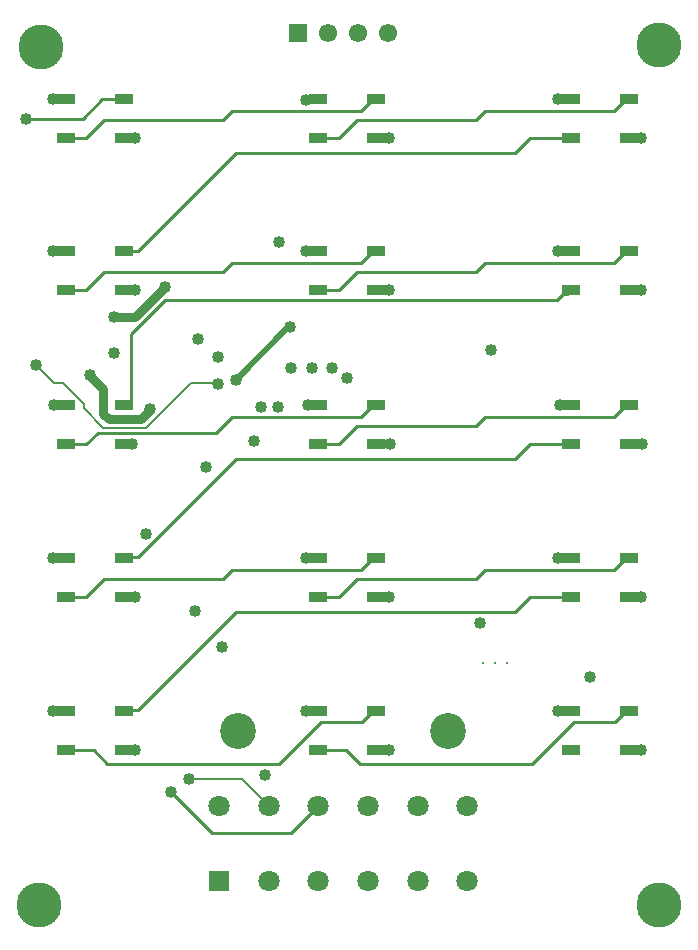
<source format=gbr>
%TF.GenerationSoftware,Altium Limited,Altium Designer,20.0.9 (164)*%
G04 Layer_Physical_Order=1*
G04 Layer_Color=255*
%FSLAX26Y26*%
%MOIN*%
%TF.FileFunction,Copper,L1,Top,Signal*%
%TF.Part,Single*%
G01*
G75*
%TA.AperFunction,SMDPad,CuDef*%
%ADD10R,0.059055X0.035433*%
%TA.AperFunction,Conductor*%
%ADD11C,0.020000*%
%ADD12C,0.030000*%
%ADD13C,0.008000*%
%ADD14C,0.010000*%
%ADD15C,0.009000*%
%TA.AperFunction,ComponentPad*%
%ADD16C,0.070866*%
%ADD17R,0.070866X0.070866*%
%ADD18C,0.119685*%
%ADD19C,0.011811*%
%ADD20R,0.061024X0.061024*%
%ADD21C,0.061024*%
%TA.AperFunction,ViaPad*%
%ADD22C,0.040000*%
%ADD23C,0.150000*%
D10*
X3203543Y2815000D02*
D03*
Y2685079D02*
D03*
X3396457D02*
D03*
Y2815000D02*
D03*
X2361043D02*
D03*
Y2685079D02*
D03*
X2553957D02*
D03*
Y2815000D02*
D03*
X1518543D02*
D03*
Y2685079D02*
D03*
X1711457D02*
D03*
Y2815000D02*
D03*
X3203543Y2309961D02*
D03*
Y2180039D02*
D03*
X3396457D02*
D03*
Y2309961D02*
D03*
X2361043D02*
D03*
Y2180039D02*
D03*
X2553957D02*
D03*
Y2309961D02*
D03*
X1518543D02*
D03*
Y2180039D02*
D03*
X1711457D02*
D03*
Y2309961D02*
D03*
X3203543Y1794980D02*
D03*
Y1665059D02*
D03*
X3396457D02*
D03*
Y1794980D02*
D03*
X2361043D02*
D03*
Y1665059D02*
D03*
X2553957D02*
D03*
Y1794980D02*
D03*
X1518543D02*
D03*
Y1665059D02*
D03*
X1711457D02*
D03*
Y1794980D02*
D03*
X3203543Y1284970D02*
D03*
Y1155049D02*
D03*
X3396457D02*
D03*
Y1284970D02*
D03*
X2361043D02*
D03*
Y1155049D02*
D03*
X2553957D02*
D03*
Y1284970D02*
D03*
X1518543D02*
D03*
Y1155049D02*
D03*
X1711457D02*
D03*
Y1284970D02*
D03*
X3203543Y774961D02*
D03*
Y645039D02*
D03*
X3396457D02*
D03*
Y774961D02*
D03*
X2361043D02*
D03*
Y645039D02*
D03*
X2553957D02*
D03*
Y774961D02*
D03*
X1518543D02*
D03*
Y645039D02*
D03*
X1711457D02*
D03*
Y774961D02*
D03*
D11*
X2260000Y2055000D02*
X2265000D01*
X2085000Y1880000D02*
X2260000Y2055000D01*
D12*
X1680000Y2090000D02*
X1750000D01*
X1850000Y2190000D01*
X1798458Y1778836D02*
Y1781542D01*
X1770000Y1750377D02*
X1798458Y1778836D01*
X1770000Y1750000D02*
Y1750377D01*
X1661913Y1750000D02*
X1770000D01*
X1600000Y1892294D02*
Y1895000D01*
X1644340Y1767574D02*
X1661913Y1750000D01*
X1644340Y1767574D02*
Y1847954D01*
X1600000Y1892294D02*
X1644340Y1847954D01*
D13*
X1933277Y545000D02*
X1937424Y549147D01*
X2106967D02*
X2196114Y460000D01*
X1937424Y549147D02*
X2106967D01*
X1929130D02*
X1933277Y545000D01*
X2020000Y1870000D02*
X2025000Y1865000D01*
X1935000Y1870000D02*
X2020000D01*
X1786000Y1721000D02*
X1935000Y1870000D01*
X1420000Y1930000D02*
X1478814Y1871186D01*
X1509380D01*
X1579641Y1785359D02*
X1644000Y1721000D01*
X1509380Y1871186D02*
X1579641Y1800926D01*
X1644000Y1721000D02*
X1786000D01*
X1579641Y1785359D02*
Y1800926D01*
D14*
X2271075Y370000D02*
X2361075Y460000D01*
X2005000Y370000D02*
X2271075D01*
X1870000Y505000D02*
X2005000Y370000D01*
X1640000Y2815000D02*
X1711457D01*
X1575000Y2750000D02*
X1640000Y2815000D01*
X1385000Y2750000D02*
X1575000D01*
D15*
X1759961Y1289941D02*
X2085000Y1614980D01*
X2072500Y1754980D02*
X2502146D01*
X2085000Y1614980D02*
X3015000D01*
X2020020Y1702500D02*
X2072500Y1754980D01*
X1518543Y1665059D02*
X1587579D01*
X1625020Y1702500D01*
X2020020D01*
X3015000Y1614980D02*
X3065079Y1665059D01*
X3155000Y2145000D02*
X3176823Y2166823D01*
X1736484Y1808197D02*
Y2031484D01*
X1850000Y2145000D01*
X3190327Y2166823D02*
X3203543Y2180039D01*
X3176823Y2166823D02*
X3190327D01*
X1850000Y2145000D02*
X3155000D01*
X1723268Y1794980D02*
X1736484Y1808197D01*
X1759961Y779931D02*
X2085000Y1104970D01*
X1711457Y779931D02*
X1759961D01*
X2085000Y1104970D02*
X3015000D01*
X3065079Y1155049D01*
X3203543D01*
X1711457Y1289941D02*
X1759961D01*
X3065079Y1665059D02*
X3203543D01*
X1711457Y1794980D02*
X1723268D01*
X3065079Y2685079D02*
X3203543D01*
X3015000Y2635000D02*
X3065079Y2685079D01*
X2085000Y2635000D02*
X3015000D01*
X1711457Y2309961D02*
X1759961D01*
X2085000Y2635000D01*
X2502146Y1754980D02*
X2542146Y1794980D01*
X2454266Y645039D02*
X2499305Y600000D01*
X2361043Y645039D02*
X2454266D01*
X2499305Y600000D02*
X3072500D01*
X3212500Y740000D01*
X3349685D01*
X3384646Y774961D01*
X3396457D01*
X2542146D02*
X2553957D01*
X2507185Y740000D02*
X2542146Y774961D01*
X2370000Y740000D02*
X2507185D01*
X2230000Y600000D02*
X2370000Y740000D01*
X1656805Y600000D02*
X2230000D01*
X1518543Y645039D02*
X1611766D01*
X1656805Y600000D01*
X3384646Y1284970D02*
X3396457D01*
X2885000Y1214970D02*
X2915000Y1244970D01*
X2430079Y1155049D02*
X2490000Y1214970D01*
X2885000D01*
X2361043Y1155049D02*
X2430079D01*
X3344646Y1244970D02*
X3384646Y1284970D01*
X2915000Y1244970D02*
X3344646D01*
X2542146Y1284970D02*
X2553956D01*
X2042500Y1214970D02*
X2072500Y1244970D01*
X1587579Y1155049D02*
X1647500Y1214970D01*
X2042500D01*
X1518543Y1155049D02*
X1587579D01*
X2502146Y1244970D02*
X2542146Y1284970D01*
X2072500Y1244970D02*
X2502146D01*
X3384646Y1794980D02*
X3396457D01*
X2885000Y1724980D02*
X2915000Y1754980D01*
X2430079Y1665059D02*
X2490000Y1724980D01*
X2885000D01*
X2361043Y1665059D02*
X2430079D01*
X3344646Y1754980D02*
X3384646Y1794980D01*
X2915000Y1754980D02*
X3344646D01*
X2542146Y1794980D02*
X2553957D01*
X2542146Y2309961D02*
X2553957D01*
X2042500Y2239961D02*
X2072500Y2269961D01*
X1587579Y2180039D02*
X1647500Y2239961D01*
X2042500D01*
X1518543Y2180039D02*
X1587579D01*
X2502146Y2269961D02*
X2542146Y2309961D01*
X2072500Y2269961D02*
X2502146D01*
X3384646Y2309961D02*
X3396456D01*
X2885000Y2239961D02*
X2915000Y2269961D01*
X2430079Y2180039D02*
X2490000Y2239961D01*
X2885000D01*
X2361043Y2180039D02*
X2430079D01*
X3344646Y2269961D02*
X3384646Y2309961D01*
X2915000Y2269961D02*
X3344646D01*
X2542146Y2815000D02*
X2553957D01*
X2042500Y2745000D02*
X2072500Y2775000D01*
X1587579Y2685079D02*
X1647500Y2745000D01*
X2042500D01*
X1518543Y2685079D02*
X1587579D01*
X2502146Y2775000D02*
X2542146Y2815000D01*
X2072500Y2775000D02*
X2502146D01*
X2915000D02*
X3344646D01*
X3384646Y2815000D01*
X2361043Y2685079D02*
X2430079D01*
X2490000Y2745000D02*
X2885000D01*
X2430079Y2685079D02*
X2490000Y2745000D01*
X2885000D02*
X2915000Y2775000D01*
X3384646Y2815000D02*
X3396457D01*
D16*
X2361075Y210000D02*
D03*
X2526429D02*
D03*
X2196114D02*
D03*
X2691390D02*
D03*
X2856350D02*
D03*
X2361075Y460000D02*
D03*
X2526429D02*
D03*
X2196114D02*
D03*
X2691390D02*
D03*
X2031153D02*
D03*
X2856350D02*
D03*
D17*
X2031153Y210000D02*
D03*
D18*
X2093752Y710000D02*
D03*
X2793752D02*
D03*
D19*
X2909449Y935000D02*
D03*
X2950000D02*
D03*
X2990551D02*
D03*
D20*
X2293752Y3035000D02*
D03*
D21*
X2393752D02*
D03*
X2493752D02*
D03*
X2593752D02*
D03*
D22*
X2265000Y2055000D02*
D03*
X2085000Y1880000D02*
D03*
X2025000Y1955000D02*
D03*
X2145000Y1675000D02*
D03*
X1680000Y2090000D02*
D03*
X1850000Y2190000D02*
D03*
X1870000Y505000D02*
D03*
X1929130Y549147D02*
D03*
X2225000Y1790000D02*
D03*
X2170000D02*
D03*
X2184186Y564186D02*
D03*
X1985000Y1590000D02*
D03*
X2325000Y1795000D02*
D03*
X2320000Y1285000D02*
D03*
X2455000Y1885000D02*
D03*
X2405000Y1920000D02*
D03*
X2340000D02*
D03*
X2270000D02*
D03*
X1740000Y1665000D02*
D03*
X1798458Y1781542D02*
D03*
X1600000Y1895000D02*
D03*
X1420000Y1930000D02*
D03*
X2025000Y1865000D02*
D03*
X1680000Y1970000D02*
D03*
X1480000Y1795000D02*
D03*
X2320918Y2814082D02*
D03*
X2230000Y2340000D02*
D03*
X1385000Y2750000D02*
D03*
X3265000Y890000D02*
D03*
X2900000Y1070000D02*
D03*
X1950000Y1110000D02*
D03*
X2040000Y990000D02*
D03*
X2320000Y2310000D02*
D03*
X1785000Y1365000D02*
D03*
X1960000Y2015000D02*
D03*
X1750000Y645000D02*
D03*
Y2685000D02*
D03*
X2935000Y1980000D02*
D03*
X1475000Y775000D02*
D03*
X2595000Y645000D02*
D03*
X2320000Y775000D02*
D03*
X3435000Y645000D02*
D03*
X3160000Y775000D02*
D03*
X1475000Y1285000D02*
D03*
X1750000Y1155000D02*
D03*
X2595000D02*
D03*
X3435000D02*
D03*
X3160000Y1285000D02*
D03*
X2600000Y1665000D02*
D03*
X3440000D02*
D03*
X3165000Y1795000D02*
D03*
X1475000Y2310000D02*
D03*
X1750000Y2180000D02*
D03*
X2595000D02*
D03*
X3435000D02*
D03*
X3160000Y2310000D02*
D03*
Y2815000D02*
D03*
X3435000Y2685000D02*
D03*
X2595000D02*
D03*
X1475000Y2815000D02*
D03*
D23*
X3495000Y130000D02*
D03*
X1430000D02*
D03*
X3495000Y2995000D02*
D03*
X1435000Y2990000D02*
D03*
%TF.MD5,bb3520d17d8ef16327a13659ad2aaead*%
M02*

</source>
